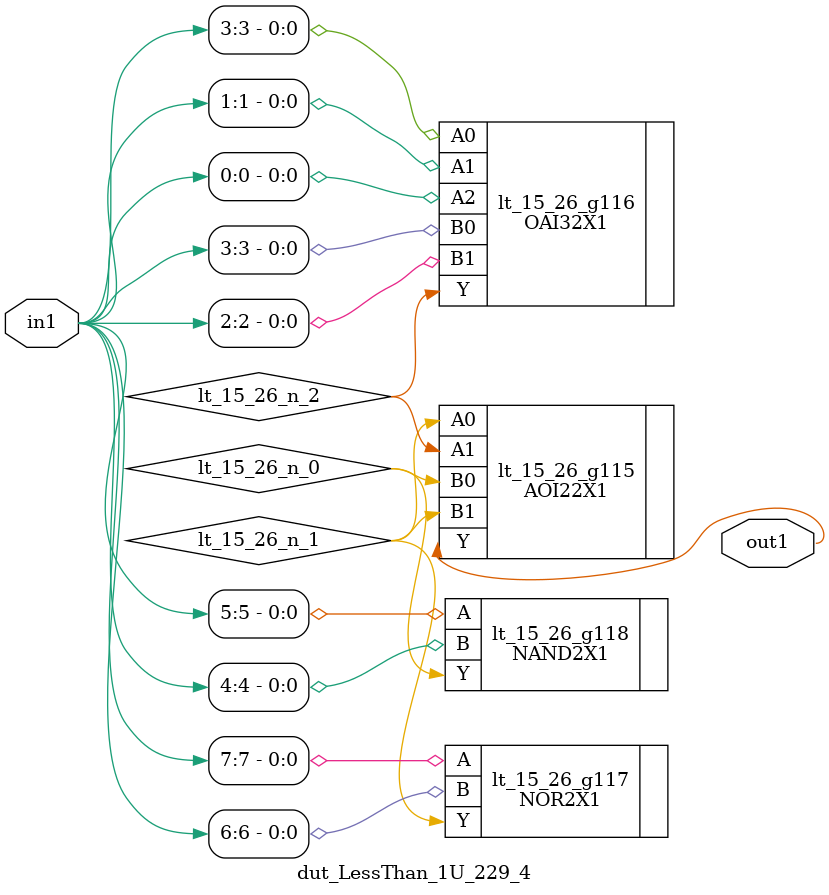
<source format=v>
`timescale 1ps / 1ps


module dut_LessThan_1U_229_4(in1, out1);
  input [7:0] in1;
  output out1;
  wire [7:0] in1;
  wire out1;
  wire lt_15_26_n_0, lt_15_26_n_1, lt_15_26_n_2;
  AOI22X1 lt_15_26_g115(.A0 (lt_15_26_n_1), .A1 (lt_15_26_n_2), .B0
       (lt_15_26_n_0), .B1 (lt_15_26_n_1), .Y (out1));
  OAI32X1 lt_15_26_g116(.A0 (in1[3]), .A1 (in1[1]), .A2 (in1[0]), .B0
       (in1[3]), .B1 (in1[2]), .Y (lt_15_26_n_2));
  NOR2X1 lt_15_26_g117(.A (in1[7]), .B (in1[6]), .Y (lt_15_26_n_1));
  NAND2X1 lt_15_26_g118(.A (in1[5]), .B (in1[4]), .Y (lt_15_26_n_0));
endmodule



</source>
